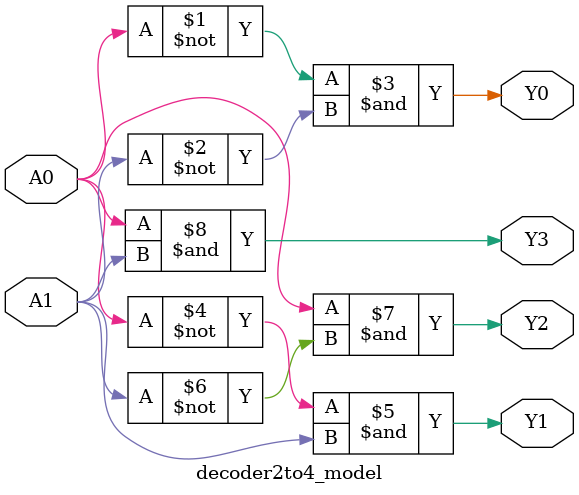
<source format=v>
module decoder2to4_model (A0,A1,Y0,Y1,Y2,Y3);

input A0,A1;
output Y0,Y1,Y2,Y3;

wire A0,A1,Y0,Y1,Y2,Y3;

assign Y0=(~A0)&(~A1);
assign Y1=(~A0)&(A1);
assign Y2=(A0)&(~A1);
assign Y3=(A0)&(A1);

endmodule

</source>
